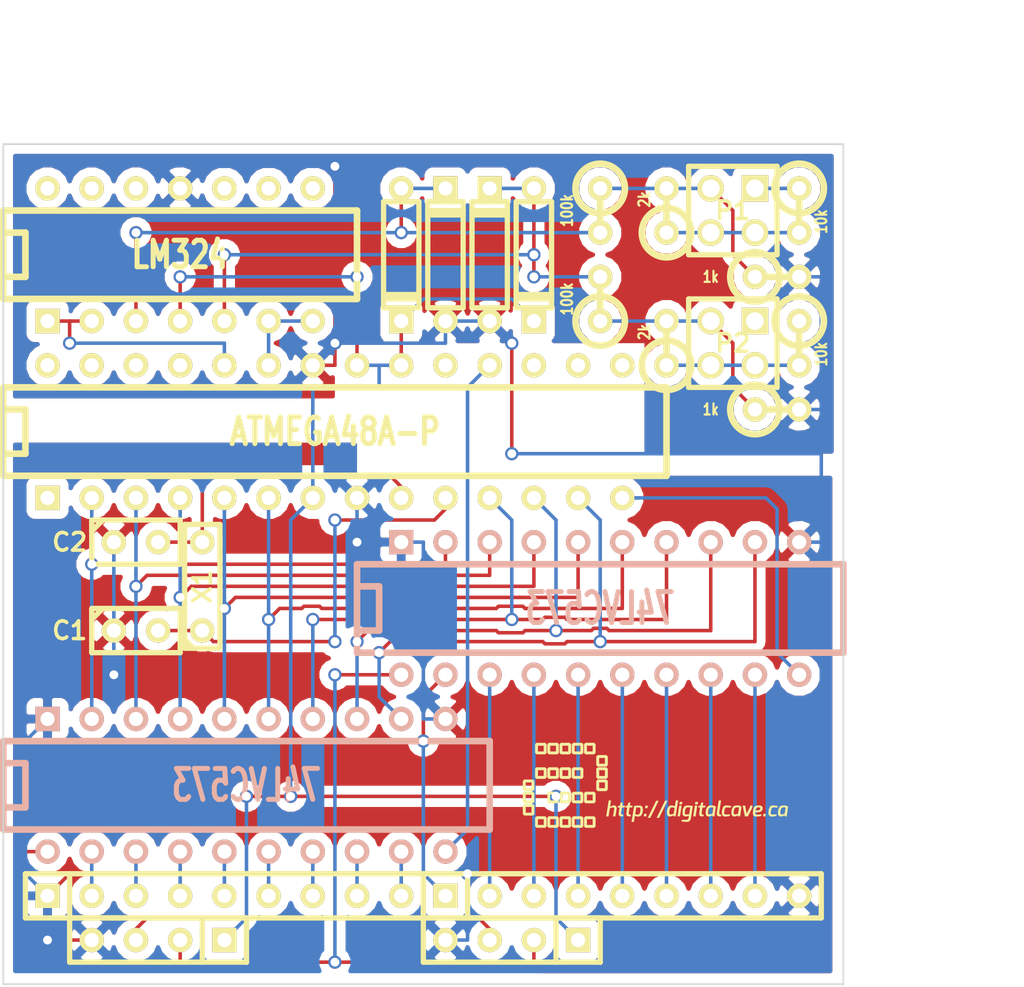
<source format=kicad_pcb>
(kicad_pcb (version 3) (host pcbnew "(2014-01-10 BZR 4027)-stable")
  (layers (15 F.Cu signal) (0 B.Cu signal) (18 B.Paste user) (19 F.Paste user) (20 B.SilkS user) (21 F.SilkS user) (22 B.Mask user) (23 F.Mask user) (28 Edge.Cuts user))
  (net 0 "")
  (net 1 +2.5V)
  (net 2 +5V)
  (net 3 ANALOG_IN_1)
  (net 4 ANALOG_IN_2)
  (net 5 "Channel 16")
  (net 6 "Channel 17")
  (net 7 "Channel 18")
  (net 8 "Channel 19")
  (net 9 "Channel 20")
  (net 10 "Channel 21")
  (net 11 "Channel 22")
  (net 12 "Channel 23")
  (net 13 "Channel 24")
  (net 14 "Channel 25")
  (net 15 "Channel 26")
  (net 16 "Channel 27")
  (net 17 "Channel 28")
  (net 18 "Channel 29")
  (net 19 "Channel 30")
  (net 20 "Channel 31")
  (net 21 GND)
  (net 22 N-0000014)
  (net 23 N-0000025)
  (net 24 N-0000026)
  (net 25 N-0000027)
  (net 26 N-0000028)
  (net 27 N-0000029)
  (net 28 N-0000030)
  (net 29 N-0000032)
  (net 30 N-0000033)
  (net 31 N-0000034)
  (net 32 N-0000035)
  (net 33 N-0000036)
  (net 34 N-0000037)
  (net 35 N-0000038)
  (net 36 N-0000039)
  (net 37 N-0000040)
  (net 38 N-0000042)
  (net 39 N-0000050)
  (net 40 N-0000051)
  (net 41 N-000007)
  (net 42 VCC)
  (module SIL-9 (layer F.Cu) (at 90.17 74.93)
    (fp_text reference "" hide)
    (fp_text value "" hide)
    (pad 1 thru_hole rect (at -10.16 0) (size 1.397 1.397) (drill 0.8128) (layers *.Cu *.Mask F.SilkS) (net 13 "Channel 24"))
    (pad 2 thru_hole circle (at -7.62 0) (size 1.397 1.397) (drill 0.8128) (layers *.Cu *.Mask F.SilkS) (net 14 "Channel 25"))
    (pad 3 thru_hole circle (at -5.08 0) (size 1.397 1.397) (drill 0.8128) (layers *.Cu *.Mask F.SilkS) (net 15 "Channel 26"))
    (pad 4 thru_hole circle (at -2.54 0) (size 1.397 1.397) (drill 0.8128) (layers *.Cu *.Mask F.SilkS) (net 16 "Channel 27"))
    (pad 5 thru_hole circle (at 0 0) (size 1.397 1.397) (drill 0.8128) (layers *.Cu *.Mask F.SilkS) (net 17 "Channel 28"))
    (pad 6 thru_hole circle (at 2.54 0) (size 1.397 1.397) (drill 0.8128) (layers *.Cu *.Mask F.SilkS) (net 18 "Channel 29"))
    (pad 7 thru_hole circle (at 5.08 0) (size 1.397 1.397) (drill 0.8128) (layers *.Cu *.Mask F.SilkS) (net 19 "Channel 30"))
    (pad 8 thru_hole circle (at 7.62 0) (size 1.397 1.397) (drill 0.8128) (layers *.Cu *.Mask F.SilkS) (net 20 "Channel 31"))
    (pad 9 thru_hole circle (at 10.16 0) (size 1.397 1.397) (drill 0.8128) (layers *.Cu *.Mask F.SilkS) (net 21 GND))
  )
  (module SIL-9 (layer F.Cu) (at 67.31 74.93)
    (fp_text reference "" hide)
    (fp_text value "" hide)
    (pad 1 thru_hole rect (at -10.16 0) (size 1.397 1.397) (drill 0.8128) (layers *.Cu *.Mask F.SilkS) (net 21 GND))
    (pad 2 thru_hole circle (at -7.62 0) (size 1.397 1.397) (drill 0.8128) (layers *.Cu *.Mask F.SilkS) (net 5 "Channel 16"))
    (pad 3 thru_hole circle (at -5.08 0) (size 1.397 1.397) (drill 0.8128) (layers *.Cu *.Mask F.SilkS) (net 6 "Channel 17"))
    (pad 4 thru_hole circle (at -2.54 0) (size 1.397 1.397) (drill 0.8128) (layers *.Cu *.Mask F.SilkS) (net 7 "Channel 18"))
    (pad 5 thru_hole circle (at 0 0) (size 1.397 1.397) (drill 0.8128) (layers *.Cu *.Mask F.SilkS) (net 8 "Channel 19"))
    (pad 6 thru_hole circle (at 2.54 0) (size 1.397 1.397) (drill 0.8128) (layers *.Cu *.Mask F.SilkS) (net 9 "Channel 20"))
    (pad 7 thru_hole circle (at 5.08 0) (size 1.397 1.397) (drill 0.8128) (layers *.Cu *.Mask F.SilkS) (net 10 "Channel 21"))
    (pad 8 thru_hole circle (at 7.62 0) (size 1.397 1.397) (drill 0.8128) (layers *.Cu *.Mask F.SilkS) (net 11 "Channel 22"))
    (pad 9 thru_hole circle (at 10.16 0) (size 1.397 1.397) (drill 0.8128) (layers *.Cu *.Mask F.SilkS) (net 12 "Channel 23"))
  )
  (module SIL-4 (layer F.Cu) (at 63.5 77.47 180)
    (fp_text reference "" hide)
    (fp_text value CONN_4 hide)
    (pad 1 thru_hole rect (at -3.81 0 180) (size 1.397 1.397) (drill 0.8128) (layers *.Cu *.Mask F.SilkS) (net 2 +5V))
    (pad 2 thru_hole circle (at -1.27 0 180) (size 1.397 1.397) (drill 0.8128) (layers *.Cu *.Mask F.SilkS) (net 42 VCC))
    (pad 3 thru_hole circle (at 1.27 0 180) (size 1.397 1.397) (drill 0.8128) (layers *.Cu *.Mask F.SilkS) (net 1 +2.5V))
    (pad 4 thru_hole circle (at 3.81 0 180) (size 1.397 1.397) (drill 0.8128) (layers *.Cu *.Mask F.SilkS) (net 21 GND))
  )
  (module SIL-4 (layer F.Cu) (at 83.82 77.47 180)
    (fp_text reference "" hide)
    (fp_text value CONN_4 hide)
    (pad 1 thru_hole rect (at -3.81 0 180) (size 1.397 1.397) (drill 0.8128) (layers *.Cu *.Mask F.SilkS) (net 2 +5V))
    (pad 2 thru_hole circle (at -1.27 0 180) (size 1.397 1.397) (drill 0.8128) (layers *.Cu *.Mask F.SilkS) (net 42 VCC))
    (pad 3 thru_hole circle (at 1.27 0 180) (size 1.397 1.397) (drill 0.8128) (layers *.Cu *.Mask F.SilkS) (net 1 +2.5V))
    (pad 4 thru_hole circle (at 3.81 0 180) (size 1.397 1.397) (drill 0.8128) (layers *.Cu *.Mask F.SilkS) (net 21 GND))
  )
  (module R1 (layer F.Cu) (at 100.33 35.56 270)
    (fp_text reference 10k (at 0.635 -1.27 270) (layer F.SilkS) (effects (font (size 0.635 0.508) (thickness 0.127))))
    (fp_text value 10k hide)
    (pad 1 thru_hole circle (at -1.27 0 270) (size 1.397 1.397) (drill 0.8128) (layers *.Cu *.Mask F.SilkS) (net 3 ANALOG_IN_1))
    (pad 2 thru_hole circle (at 1.27 0 270) (size 1.397 1.397) (drill 0.8128) (layers *.Cu *.Mask F.SilkS) (net 38 N-0000042))
  )
  (module R1 (layer F.Cu) (at 92.71 35.56 90)
    (fp_text reference 2k (at 0.635 -1.27 90) (layer F.SilkS) (effects (font (size 0.635 0.508) (thickness 0.127))))
    (fp_text value 2k hide)
    (pad 1 thru_hole circle (at -1.27 0 90) (size 1.397 1.397) (drill 0.8128) (layers *.Cu *.Mask F.SilkS) (net 38 N-0000042))
    (pad 2 thru_hole circle (at 1.27 0 90) (size 1.397 1.397) (drill 0.8128) (layers *.Cu *.Mask F.SilkS) (net 27 N-0000029))
  )
  (module R1 (layer F.Cu) (at 99.06 39.37)
    (fp_text reference 1k (at -3.81 0) (layer F.SilkS) (effects (font (size 0.635 0.508) (thickness 0.127))))
    (fp_text value 1k hide)
    (pad 1 thru_hole circle (at -1.27 0) (size 1.397 1.397) (drill 0.8128) (layers *.Cu *.Mask F.SilkS) (net 27 N-0000029))
    (pad 2 thru_hole circle (at 1.27 0) (size 1.397 1.397) (drill 0.8128) (layers *.Cu *.Mask F.SilkS) (net 21 GND))
  )
  (module R1 (layer F.Cu) (at 88.9 35.56 270)
    (fp_text reference 100k (at 0 1.905 270) (layer F.SilkS) (effects (font (size 0.635 0.508) (thickness 0.127))))
    (fp_text value 100k hide)
    (pad 1 thru_hole circle (at -1.27 0 270) (size 1.397 1.397) (drill 0.8128) (layers *.Cu *.Mask F.SilkS) (net 27 N-0000029))
    (pad 2 thru_hole circle (at 1.27 0 270) (size 1.397 1.397) (drill 0.8128) (layers *.Cu *.Mask F.SilkS) (net 29 N-0000032))
  )
  (module R1 (layer F.Cu) (at 100.33 43.18 270)
    (fp_text reference 10k (at 0.635 -1.27 270) (layer F.SilkS) (effects (font (size 0.635 0.508) (thickness 0.127))))
    (fp_text value 10k hide)
    (pad 1 thru_hole circle (at -1.27 0 270) (size 1.397 1.397) (drill 0.8128) (layers *.Cu *.Mask F.SilkS) (net 4 ANALOG_IN_2))
    (pad 2 thru_hole circle (at 1.27 0 270) (size 1.397 1.397) (drill 0.8128) (layers *.Cu *.Mask F.SilkS) (net 28 N-0000030))
  )
  (module R1 (layer F.Cu) (at 92.71 43.18 90)
    (fp_text reference 2k (at 0.635 -1.27 90) (layer F.SilkS) (effects (font (size 0.635 0.508) (thickness 0.127))))
    (fp_text value 2k hide)
    (pad 1 thru_hole circle (at -1.27 0 90) (size 1.397 1.397) (drill 0.8128) (layers *.Cu *.Mask F.SilkS) (net 28 N-0000030))
    (pad 2 thru_hole circle (at 1.27 0 90) (size 1.397 1.397) (drill 0.8128) (layers *.Cu *.Mask F.SilkS) (net 39 N-0000050))
  )
  (module R1 (layer F.Cu) (at 99.06 46.99)
    (fp_text reference 1k (at -3.81 0) (layer F.SilkS) (effects (font (size 0.635 0.508) (thickness 0.127))))
    (fp_text value 1k hide)
    (pad 1 thru_hole circle (at -1.27 0) (size 1.397 1.397) (drill 0.8128) (layers *.Cu *.Mask F.SilkS) (net 39 N-0000050))
    (pad 2 thru_hole circle (at 1.27 0) (size 1.397 1.397) (drill 0.8128) (layers *.Cu *.Mask F.SilkS) (net 21 GND))
  )
  (module R1 (layer F.Cu) (at 88.9 40.64 90)
    (fp_text reference 100k (at 0 -1.905 90) (layer F.SilkS) (effects (font (size 0.635 0.508) (thickness 0.127))))
    (fp_text value 100k hide)
    (pad 1 thru_hole circle (at -1.27 0 90) (size 1.397 1.397) (drill 0.8128) (layers *.Cu *.Mask F.SilkS) (net 39 N-0000050))
    (pad 2 thru_hole circle (at 1.27 0 90) (size 1.397 1.397) (drill 0.8128) (layers *.Cu *.Mask F.SilkS) (net 40 N-0000051))
  )
  (module PIN_ARRAY_2X2 (layer F.Cu) (at 96.52 35.56 180)
    (fp_text reference P1 (at 0 0 180) (layer F.SilkS) (effects (font (size 1.016 1.016) (thickness 0.2032))))
    (fp_text value CONN_2X2 hide)
    (pad 1 thru_hole rect (at -1.27 1.27 180) (size 1.524 1.524) (drill 1.016) (layers *.Cu *.Mask F.SilkS) (net 3 ANALOG_IN_1))
    (pad 2 thru_hole circle (at -1.27 -1.27 180) (size 1.524 1.524) (drill 1.016) (layers *.Cu *.Mask F.SilkS) (net 38 N-0000042))
    (pad 3 thru_hole circle (at 1.27 1.27 180) (size 1.524 1.524) (drill 1.016) (layers *.Cu *.Mask F.SilkS) (net 27 N-0000029))
    (pad 4 thru_hole circle (at 1.27 -1.27 180) (size 1.524 1.524) (drill 1.016) (layers *.Cu *.Mask F.SilkS) (net 38 N-0000042))
  )
  (module PIN_ARRAY_2X2 (layer F.Cu) (at 96.52 43.18 180)
    (fp_text reference P2 (at 0 0 180) (layer F.SilkS) (effects (font (size 1.016 1.016) (thickness 0.2032))))
    (fp_text value CONN_2X2 hide)
    (pad 1 thru_hole rect (at -1.27 1.27 180) (size 1.524 1.524) (drill 1.016) (layers *.Cu *.Mask F.SilkS) (net 4 ANALOG_IN_2))
    (pad 2 thru_hole circle (at -1.27 -1.27 180) (size 1.524 1.524) (drill 1.016) (layers *.Cu *.Mask F.SilkS) (net 28 N-0000030))
    (pad 3 thru_hole circle (at 1.27 1.27 180) (size 1.524 1.524) (drill 1.016) (layers *.Cu *.Mask F.SilkS) (net 39 N-0000050))
    (pad 4 thru_hole circle (at 1.27 -1.27 180) (size 1.524 1.524) (drill 1.016) (layers *.Cu *.Mask F.SilkS) (net 28 N-0000030))
  )
  (module DIP-28__300 (layer F.Cu) (at 73.66 48.26)
    (fp_text reference "" hide)
    (fp_text value ATMEGA48A-P (at 0 0) (layer F.SilkS) (effects (font (size 1.524 1.143) (thickness 0.3048))))
    (pad 2 thru_hole circle (at -13.97 3.81) (size 1.397 1.397) (drill 0.8128) (layers *.Cu *.Mask F.SilkS) (net 37 N-0000040))
    (pad 3 thru_hole circle (at -11.43 3.81) (size 1.397 1.397) (drill 0.8128) (layers *.Cu *.Mask F.SilkS) (net 36 N-0000039))
    (pad 4 thru_hole circle (at -8.89 3.81) (size 1.397 1.397) (drill 0.8128) (layers *.Cu *.Mask F.SilkS) (net 35 N-0000038))
    (pad 5 thru_hole circle (at -6.35 3.81) (size 1.397 1.397) (drill 0.8128) (layers *.Cu *.Mask F.SilkS) (net 34 N-0000037))
    (pad 6 thru_hole circle (at -3.81 3.81) (size 1.397 1.397) (drill 0.8128) (layers *.Cu *.Mask F.SilkS) (net 33 N-0000036))
    (pad 7 thru_hole circle (at -1.27 3.81) (size 1.397 1.397) (drill 0.8128) (layers *.Cu *.Mask F.SilkS) (net 2 +5V))
    (pad 8 thru_hole circle (at 1.27 3.81) (size 1.397 1.397) (drill 0.8128) (layers *.Cu *.Mask F.SilkS) (net 21 GND))
    (pad 9 thru_hole circle (at 3.81 3.81) (size 1.397 1.397) (drill 0.8128) (layers *.Cu *.Mask F.SilkS) (net 25 N-0000027))
    (pad 10 thru_hole circle (at 6.35 3.81) (size 1.397 1.397) (drill 0.8128) (layers *.Cu *.Mask F.SilkS) (net 26 N-0000028))
    (pad 11 thru_hole circle (at 8.89 3.81) (size 1.397 1.397) (drill 0.8128) (layers *.Cu *.Mask F.SilkS) (net 32 N-0000035))
    (pad 12 thru_hole circle (at 11.43 3.81) (size 1.397 1.397) (drill 0.8128) (layers *.Cu *.Mask F.SilkS) (net 31 N-0000034))
    (pad 13 thru_hole circle (at 13.97 3.81) (size 1.397 1.397) (drill 0.8128) (layers *.Cu *.Mask F.SilkS) (net 30 N-0000033))
    (pad 14 thru_hole circle (at 16.51 3.81) (size 1.397 1.397) (drill 0.8128) (layers *.Cu *.Mask F.SilkS) (net 23 N-0000025))
    (pad 1 thru_hole rect (at -16.51 3.81) (size 1.397 1.397) (drill 0.8128) (layers *.Cu *.Mask F.SilkS))
    (pad 15 thru_hole circle (at 16.51 -3.81) (size 1.397 1.397) (drill 0.8128) (layers *.Cu *.Mask F.SilkS))
    (pad 16 thru_hole circle (at 13.97 -3.81) (size 1.397 1.397) (drill 0.8128) (layers *.Cu *.Mask F.SilkS))
    (pad 17 thru_hole circle (at 11.43 -3.81) (size 1.397 1.397) (drill 0.8128) (layers *.Cu *.Mask F.SilkS))
    (pad 18 thru_hole circle (at 8.89 -3.81) (size 1.397 1.397) (drill 0.8128) (layers *.Cu *.Mask F.SilkS) (net 41 N-000007))
    (pad 19 thru_hole circle (at 6.35 -3.81) (size 1.397 1.397) (drill 0.8128) (layers *.Cu *.Mask F.SilkS))
    (pad 20 thru_hole circle (at 3.81 -3.81) (size 1.397 1.397) (drill 0.8128) (layers *.Cu *.Mask F.SilkS) (net 2 +5V))
    (pad 21 thru_hole circle (at 1.27 -3.81) (size 1.397 1.397) (drill 0.8128) (layers *.Cu *.Mask F.SilkS) (net 2 +5V))
    (pad 22 thru_hole circle (at -1.27 -3.81) (size 1.397 1.397) (drill 0.8128) (layers *.Cu *.Mask F.SilkS) (net 21 GND))
    (pad 23 thru_hole circle (at -3.81 -3.81) (size 1.397 1.397) (drill 0.8128) (layers *.Cu *.Mask F.SilkS) (net 22 N-0000014))
    (pad 24 thru_hole circle (at -6.35 -3.81) (size 1.397 1.397) (drill 0.8128) (layers *.Cu *.Mask F.SilkS) (net 24 N-0000026))
    (pad 25 thru_hole circle (at -8.89 -3.81) (size 1.397 1.397) (drill 0.8128) (layers *.Cu *.Mask F.SilkS))
    (pad 26 thru_hole circle (at -11.43 -3.81) (size 1.397 1.397) (drill 0.8128) (layers *.Cu *.Mask F.SilkS))
    (pad 27 thru_hole circle (at -13.97 -3.81) (size 1.397 1.397) (drill 0.8128) (layers *.Cu *.Mask F.SilkS))
    (pad 28 thru_hole circle (at -16.51 -3.81) (size 1.397 1.397) (drill 0.8128) (layers *.Cu *.Mask F.SilkS))
  )
  (module DIP-20__300 (layer B.Cu) (at 88.9 58.42)
    (fp_text reference "" hide)
    (fp_text value 74LVC573 (at 0 0) (layer B.SilkS) (effects (font (size 1.778 1.143) (thickness 0.3048)) (justify mirror)))
    (pad 1 thru_hole rect (at -11.43 -3.81) (size 1.397 1.397) (drill 0.8128) (layers *.Cu *.Mask B.SilkS) (net 21 GND))
    (pad 2 thru_hole circle (at -8.89 -3.81) (size 1.397 1.397) (drill 0.8128) (layers *.Cu *.Mask B.SilkS) (net 37 N-0000040))
    (pad 3 thru_hole circle (at -6.35 -3.81) (size 1.397 1.397) (drill 0.8128) (layers *.Cu *.Mask B.SilkS) (net 36 N-0000039))
    (pad 4 thru_hole circle (at -3.81 -3.81) (size 1.397 1.397) (drill 0.8128) (layers *.Cu *.Mask B.SilkS) (net 35 N-0000038))
    (pad 5 thru_hole circle (at -1.27 -3.81) (size 1.397 1.397) (drill 0.8128) (layers *.Cu *.Mask B.SilkS) (net 34 N-0000037))
    (pad 6 thru_hole circle (at 1.27 -3.81) (size 1.397 1.397) (drill 0.8128) (layers *.Cu *.Mask B.SilkS) (net 33 N-0000036))
    (pad 7 thru_hole circle (at 3.81 -3.81) (size 1.397 1.397) (drill 0.8128) (layers *.Cu *.Mask B.SilkS) (net 32 N-0000035))
    (pad 8 thru_hole circle (at 6.35 -3.81) (size 1.397 1.397) (drill 0.8128) (layers *.Cu *.Mask B.SilkS) (net 31 N-0000034))
    (pad 9 thru_hole circle (at 8.89 -3.81) (size 1.397 1.397) (drill 0.8128) (layers *.Cu *.Mask B.SilkS) (net 30 N-0000033))
    (pad 10 thru_hole circle (at 11.43 -3.81) (size 1.397 1.397) (drill 0.8128) (layers *.Cu *.Mask B.SilkS) (net 21 GND))
    (pad 11 thru_hole circle (at 11.43 3.81) (size 1.397 1.397) (drill 0.8128) (layers *.Cu *.Mask B.SilkS) (net 23 N-0000025))
    (pad 12 thru_hole circle (at 8.89 3.81) (size 1.397 1.397) (drill 0.8128) (layers *.Cu *.Mask B.SilkS) (net 20 "Channel 31"))
    (pad 13 thru_hole circle (at 6.35 3.81) (size 1.397 1.397) (drill 0.8128) (layers *.Cu *.Mask B.SilkS) (net 19 "Channel 30"))
    (pad 14 thru_hole circle (at 3.81 3.81) (size 1.397 1.397) (drill 0.8128) (layers *.Cu *.Mask B.SilkS) (net 18 "Channel 29"))
    (pad 15 thru_hole circle (at 1.27 3.81) (size 1.397 1.397) (drill 0.8128) (layers *.Cu *.Mask B.SilkS) (net 17 "Channel 28"))
    (pad 16 thru_hole circle (at -1.27 3.81) (size 1.397 1.397) (drill 0.8128) (layers *.Cu *.Mask B.SilkS) (net 16 "Channel 27"))
    (pad 17 thru_hole circle (at -3.81 3.81) (size 1.397 1.397) (drill 0.8128) (layers *.Cu *.Mask B.SilkS) (net 15 "Channel 26"))
    (pad 18 thru_hole circle (at -6.35 3.81) (size 1.397 1.397) (drill 0.8128) (layers *.Cu *.Mask B.SilkS) (net 14 "Channel 25"))
    (pad 19 thru_hole circle (at -8.89 3.81) (size 1.397 1.397) (drill 0.8128) (layers *.Cu *.Mask B.SilkS) (net 13 "Channel 24"))
    (pad 20 thru_hole circle (at -11.43 3.81) (size 1.397 1.397) (drill 0.8128) (layers *.Cu *.Mask B.SilkS) (net 42 VCC))
  )
  (module DIP-20__300 (layer B.Cu) (at 68.58 68.58)
    (fp_text reference "" hide)
    (fp_text value 74LVC573 (at 0 0) (layer B.SilkS) (effects (font (size 1.778 1.143) (thickness 0.3048)) (justify mirror)))
    (pad 1 thru_hole rect (at -11.43 -3.81) (size 1.397 1.397) (drill 0.8128) (layers *.Cu *.Mask B.SilkS) (net 21 GND))
    (pad 2 thru_hole circle (at -8.89 -3.81) (size 1.397 1.397) (drill 0.8128) (layers *.Cu *.Mask B.SilkS) (net 37 N-0000040))
    (pad 3 thru_hole circle (at -6.35 -3.81) (size 1.397 1.397) (drill 0.8128) (layers *.Cu *.Mask B.SilkS) (net 36 N-0000039))
    (pad 4 thru_hole circle (at -3.81 -3.81) (size 1.397 1.397) (drill 0.8128) (layers *.Cu *.Mask B.SilkS) (net 35 N-0000038))
    (pad 5 thru_hole circle (at -1.27 -3.81) (size 1.397 1.397) (drill 0.8128) (layers *.Cu *.Mask B.SilkS) (net 34 N-0000037))
    (pad 6 thru_hole circle (at 1.27 -3.81) (size 1.397 1.397) (drill 0.8128) (layers *.Cu *.Mask B.SilkS) (net 33 N-0000036))
    (pad 7 thru_hole circle (at 3.81 -3.81) (size 1.397 1.397) (drill 0.8128) (layers *.Cu *.Mask B.SilkS) (net 32 N-0000035))
    (pad 8 thru_hole circle (at 6.35 -3.81) (size 1.397 1.397) (drill 0.8128) (layers *.Cu *.Mask B.SilkS) (net 31 N-0000034))
    (pad 9 thru_hole circle (at 8.89 -3.81) (size 1.397 1.397) (drill 0.8128) (layers *.Cu *.Mask B.SilkS) (net 30 N-0000033))
    (pad 10 thru_hole circle (at 11.43 -3.81) (size 1.397 1.397) (drill 0.8128) (layers *.Cu *.Mask B.SilkS) (net 21 GND))
    (pad 11 thru_hole circle (at 11.43 3.81) (size 1.397 1.397) (drill 0.8128) (layers *.Cu *.Mask B.SilkS) (net 41 N-000007))
    (pad 12 thru_hole circle (at 8.89 3.81) (size 1.397 1.397) (drill 0.8128) (layers *.Cu *.Mask B.SilkS) (net 12 "Channel 23"))
    (pad 13 thru_hole circle (at 6.35 3.81) (size 1.397 1.397) (drill 0.8128) (layers *.Cu *.Mask B.SilkS) (net 11 "Channel 22"))
    (pad 14 thru_hole circle (at 3.81 3.81) (size 1.397 1.397) (drill 0.8128) (layers *.Cu *.Mask B.SilkS) (net 10 "Channel 21"))
    (pad 15 thru_hole circle (at 1.27 3.81) (size 1.397 1.397) (drill 0.8128) (layers *.Cu *.Mask B.SilkS) (net 9 "Channel 20"))
    (pad 16 thru_hole circle (at -1.27 3.81) (size 1.397 1.397) (drill 0.8128) (layers *.Cu *.Mask B.SilkS) (net 8 "Channel 19"))
    (pad 17 thru_hole circle (at -3.81 3.81) (size 1.397 1.397) (drill 0.8128) (layers *.Cu *.Mask B.SilkS) (net 7 "Channel 18"))
    (pad 18 thru_hole circle (at -6.35 3.81) (size 1.397 1.397) (drill 0.8128) (layers *.Cu *.Mask B.SilkS) (net 6 "Channel 17"))
    (pad 19 thru_hole circle (at -8.89 3.81) (size 1.397 1.397) (drill 0.8128) (layers *.Cu *.Mask B.SilkS) (net 5 "Channel 16"))
    (pad 20 thru_hole circle (at -11.43 3.81) (size 1.397 1.397) (drill 0.8128) (layers *.Cu *.Mask B.SilkS) (net 42 VCC))
  )
  (module DIP-14__300 (layer F.Cu) (at 64.77 38.1)
    (fp_text reference "" hide)
    (fp_text value LM324 (at 0 0) (layer F.SilkS) (effects (font (size 1.524 1.143) (thickness 0.3048))))
    (pad 1 thru_hole rect (at -7.62 3.81) (size 1.397 1.397) (drill 0.8128) (layers *.Cu *.Mask F.SilkS) (net 24 N-0000026))
    (pad 2 thru_hole circle (at -5.08 3.81) (size 1.397 1.397) (drill 0.8128) (layers *.Cu *.Mask F.SilkS) (net 24 N-0000026))
    (pad 3 thru_hole circle (at -2.54 3.81) (size 1.397 1.397) (drill 0.8128) (layers *.Cu *.Mask F.SilkS) (net 29 N-0000032))
    (pad 4 thru_hole circle (at 0 3.81) (size 1.397 1.397) (drill 0.8128) (layers *.Cu *.Mask F.SilkS) (net 2 +5V))
    (pad 5 thru_hole circle (at 2.54 3.81) (size 1.397 1.397) (drill 0.8128) (layers *.Cu *.Mask F.SilkS) (net 40 N-0000051))
    (pad 6 thru_hole circle (at 5.08 3.81) (size 1.397 1.397) (drill 0.8128) (layers *.Cu *.Mask F.SilkS) (net 22 N-0000014))
    (pad 7 thru_hole circle (at 7.62 3.81) (size 1.397 1.397) (drill 0.8128) (layers *.Cu *.Mask F.SilkS) (net 22 N-0000014))
    (pad 8 thru_hole circle (at 7.62 -3.81) (size 1.397 1.397) (drill 0.8128) (layers *.Cu *.Mask F.SilkS))
    (pad 9 thru_hole circle (at 5.08 -3.81) (size 1.397 1.397) (drill 0.8128) (layers *.Cu *.Mask F.SilkS))
    (pad 10 thru_hole circle (at 2.54 -3.81) (size 1.397 1.397) (drill 0.8128) (layers *.Cu *.Mask F.SilkS))
    (pad 11 thru_hole circle (at 0 -3.81) (size 1.397 1.397) (drill 0.8128) (layers *.Cu *.Mask F.SilkS) (net 21 GND))
    (pad 12 thru_hole circle (at -2.54 -3.81) (size 1.397 1.397) (drill 0.8128) (layers *.Cu *.Mask F.SilkS))
    (pad 13 thru_hole circle (at -5.08 -3.81) (size 1.397 1.397) (drill 0.8128) (layers *.Cu *.Mask F.SilkS))
    (pad 14 thru_hole circle (at -7.62 -3.81) (size 1.397 1.397) (drill 0.8128) (layers *.Cu *.Mask F.SilkS))
  )
  (module D3 (layer F.Cu) (at 82.55 38.1 90)
    (fp_text reference "" hide)
    (fp_text value DIODESCH hide)
    (pad 2 thru_hole rect (at 3.81 0 90) (size 1.397 1.397) (drill 0.8128) (layers *.Cu *.Mask F.SilkS) (net 40 N-0000051))
    (pad 1 thru_hole circle (at -3.81 0 90) (size 1.397 1.397) (drill 0.8128) (layers *.Cu *.Mask F.SilkS) (net 21 GND))
  )
  (module D3 (layer F.Cu) (at 85.09 38.1 270)
    (fp_text reference "" hide)
    (fp_text value DIODESCH hide)
    (pad 2 thru_hole rect (at 3.81 0 270) (size 1.397 1.397) (drill 0.8128) (layers *.Cu *.Mask F.SilkS) (net 2 +5V))
    (pad 1 thru_hole circle (at -3.81 0 270) (size 1.397 1.397) (drill 0.8128) (layers *.Cu *.Mask F.SilkS) (net 40 N-0000051))
  )
  (module D3 (layer F.Cu) (at 80.01 38.1 90)
    (fp_text reference "" hide)
    (fp_text value DIODESCH hide)
    (pad 2 thru_hole rect (at 3.81 0 90) (size 1.397 1.397) (drill 0.8128) (layers *.Cu *.Mask F.SilkS) (net 29 N-0000032))
    (pad 1 thru_hole circle (at -3.81 0 90) (size 1.397 1.397) (drill 0.8128) (layers *.Cu *.Mask F.SilkS) (net 21 GND))
  )
  (module D3 (layer F.Cu) (at 77.47 38.1 270)
    (fp_text reference "" hide)
    (fp_text value DIODESCH hide)
    (pad 2 thru_hole rect (at 3.81 0 270) (size 1.397 1.397) (drill 0.8128) (layers *.Cu *.Mask F.SilkS) (net 2 +5V))
    (pad 1 thru_hole circle (at -3.81 0 270) (size 1.397 1.397) (drill 0.8128) (layers *.Cu *.Mask F.SilkS) (net 29 N-0000032))
  )
  (module C2 (layer F.Cu) (at 66.04 57.15 90)
    (fp_text reference X1 (at 0 0 90) (layer F.SilkS) (effects (font (size 1.016 1.016) (thickness 0.2032))))
    (fp_text value CRYSTAL hide)
    (pad 1 thru_hole circle (at -2.54 0 90) (size 1.397 1.397) (drill 0.8128) (layers *.Cu *.Mask F.SilkS) (net 26 N-0000028))
    (pad 2 thru_hole circle (at 2.54 0 90) (size 1.397 1.397) (drill 0.8128) (layers *.Cu *.Mask F.SilkS) (net 25 N-0000027))
  )
  (module C1 (layer F.Cu) (at 62.23 54.61)
    (fp_text reference C2 (at -3.81 0) (layer F.SilkS) (effects (font (size 1.016 1.016) (thickness 0.2032))))
    (fp_text value C hide)
    (pad 1 thru_hole circle (at -1.27 0) (size 1.397 1.397) (drill 0.8128) (layers *.Cu *.Mask F.SilkS) (net 21 GND))
    (pad 2 thru_hole circle (at 1.27 0) (size 1.397 1.397) (drill 0.8128) (layers *.Cu *.Mask F.SilkS) (net 25 N-0000027))
  )
  (module C1 (layer F.Cu) (at 62.23 59.69)
    (fp_text reference C1 (at -3.81 0) (layer F.SilkS) (effects (font (size 1.016 1.016) (thickness 0.2032))))
    (fp_text value C hide)
    (pad 1 thru_hole circle (at -1.27 0) (size 1.397 1.397) (drill 0.8128) (layers *.Cu *.Mask F.SilkS) (net 21 GND))
    (pad 2 thru_hole circle (at 1.27 0) (size 1.397 1.397) (drill 0.8128) (layers *.Cu *.Mask F.SilkS) (net 26 N-0000028))
  )
  (module digitalcave_logo_wide_small (layer F.Cu) (at 92.075 68.58)
    (fp_text reference "" hide)
    (fp_text value "" hide)
  )
  (gr_line (start 54.61 31.75) (end 102.87 31.75) (angle 90) (layer Edge.Cuts) (width 0.1))
  (gr_line (start 54.61 80.01) (end 54.61 31.75) (angle 90) (layer Edge.Cuts) (width 0.1))
  (gr_line (start 102.87 80.01) (end 54.61 80.01) (angle 90) (layer Edge.Cuts) (width 0.1))
  (gr_line (start 102.87 31.75) (end 102.87 80.01) (angle 90) (layer Edge.Cuts) (width 0.1))
  (segment (start 62.23 77.47) (end 62.23 76.835) (width 0.2032) (layer F.Cu) (net 1))
  (segment (start 82.55 76.835) (end 82.55 77.47) (width 0.2032) (layer F.Cu) (net 1))
  (segment (start 81.915 76.2) (end 82.55 76.835) (width 0.2032) (layer F.Cu) (net 1))
  (segment (start 62.865 76.2) (end 81.915 76.2) (width 0.2032) (layer F.Cu) (net 1))
  (segment (start 62.23 76.835) (end 62.865 76.2) (width 0.2032) (layer F.Cu) (net 1))
  (segment (start 72.39 52.07) (end 72.39 45.72) (width 0.2032) (layer B.Cu) (net 2))
  (segment (start 72.39 52.07) (end 71.12 53.34) (width 0.2032) (layer B.Cu) (net 2))
  (via (at 71.12 69.215) (size 0.762) (layers F.Cu B.Cu) (net 2))
  (segment (start 71.12 53.34) (end 71.12 69.215) (width 0.2032) (layer B.Cu) (net 2))
  (via (at 68.58 69.215) (size 0.762) (layers F.Cu B.Cu) (net 2))
  (segment (start 71.12 69.215) (end 68.58 69.215) (width 0.2032) (layer F.Cu) (net 2))
  (segment (start 87.63 77.47) (end 86.36 76.2) (width 0.2032) (layer B.Cu) (net 2))
  (segment (start 86.36 69.215) (end 71.12 69.215) (width 0.2032) (layer F.Cu) (net 2))
  (via (at 86.36 69.215) (size 0.762) (layers F.Cu B.Cu) (net 2))
  (segment (start 86.36 69.215) (end 86.36 76.2) (width 0.2032) (layer B.Cu) (net 2))
  (segment (start 67.31 77.47) (end 68.58 76.2) (width 0.2032) (layer B.Cu) (net 2))
  (segment (start 68.58 76.2) (end 68.58 69.215) (width 0.2032) (layer B.Cu) (net 2))
  (segment (start 76.2 45.72) (end 76.2 44.45) (width 0.2032) (layer B.Cu) (net 2))
  (segment (start 72.39 45.72) (end 76.2 45.72) (width 0.2032) (layer B.Cu) (net 2))
  (segment (start 74.93 44.45) (end 74.93 39.37) (width 0.2032) (layer F.Cu) (net 2))
  (segment (start 64.77 39.37) (end 64.77 41.91) (width 0.2032) (layer F.Cu) (net 2))
  (via (at 64.77 39.37) (size 0.762) (layers F.Cu B.Cu) (net 2))
  (segment (start 74.93 39.37) (end 64.77 39.37) (width 0.2032) (layer B.Cu) (net 2))
  (via (at 74.93 39.37) (size 0.762) (layers F.Cu B.Cu) (net 2))
  (segment (start 77.47 44.45) (end 77.47 41.91) (width 0.2032) (layer F.Cu) (net 2))
  (segment (start 77.47 44.45) (end 76.2 44.45) (width 0.2032) (layer B.Cu) (net 2))
  (segment (start 76.2 44.45) (end 74.93 44.45) (width 0.2032) (layer B.Cu) (net 2))
  (segment (start 85.09 41.91) (end 83.82 40.64) (width 0.2032) (layer B.Cu) (net 2))
  (segment (start 78.74 40.64) (end 77.47 41.91) (width 0.2032) (layer B.Cu) (net 2))
  (segment (start 83.82 40.64) (end 78.74 40.64) (width 0.2032) (layer B.Cu) (net 2))
  (segment (start 97.79 34.29) (end 100.33 34.29) (width 0.2032) (layer B.Cu) (net 3))
  (segment (start 59.69 72.39) (end 59.69 74.93) (width 0.2032) (layer B.Cu) (net 5))
  (segment (start 62.23 74.93) (end 62.23 72.39) (width 0.2032) (layer B.Cu) (net 6))
  (segment (start 64.77 72.39) (end 64.77 74.93) (width 0.2032) (layer B.Cu) (net 7))
  (segment (start 67.31 72.39) (end 67.31 74.93) (width 0.2032) (layer B.Cu) (net 8))
  (segment (start 69.85 72.39) (end 69.85 74.93) (width 0.2032) (layer B.Cu) (net 9))
  (segment (start 72.39 72.39) (end 72.39 74.93) (width 0.2032) (layer B.Cu) (net 10))
  (segment (start 74.93 72.39) (end 74.93 74.93) (width 0.2032) (layer B.Cu) (net 11))
  (segment (start 77.47 72.39) (end 77.47 74.93) (width 0.2032) (layer B.Cu) (net 12))
  (segment (start 80.01 74.93) (end 78.74 73.66) (width 0.2032) (layer B.Cu) (net 13))
  (segment (start 78.74 63.5) (end 80.01 62.23) (width 0.2032) (layer F.Cu) (net 13))
  (segment (start 78.74 66.04) (end 78.74 63.5) (width 0.2032) (layer F.Cu) (net 13))
  (via (at 78.74 66.04) (size 0.762) (layers F.Cu B.Cu) (net 13))
  (segment (start 78.74 73.66) (end 78.74 66.04) (width 0.2032) (layer B.Cu) (net 13))
  (segment (start 82.55 74.93) (end 82.55 62.23) (width 0.2032) (layer B.Cu) (net 14))
  (segment (start 85.09 62.23) (end 85.09 74.93) (width 0.2032) (layer B.Cu) (net 15))
  (segment (start 87.63 62.23) (end 87.63 74.93) (width 0.2032) (layer B.Cu) (net 16))
  (segment (start 90.17 62.23) (end 90.17 74.93) (width 0.2032) (layer B.Cu) (net 17))
  (segment (start 92.71 62.23) (end 92.71 74.93) (width 0.2032) (layer B.Cu) (net 18))
  (segment (start 95.25 62.23) (end 95.25 74.93) (width 0.2032) (layer B.Cu) (net 19))
  (segment (start 97.79 62.23) (end 97.79 74.93) (width 0.2032) (layer B.Cu) (net 20))
  (via (at 81.28 73.66) (size 0.762) (layers F.Cu B.Cu) (net 21))
  (segment (start 80.01 77.47) (end 81.28 77.47) (width 0.2032) (layer B.Cu) (net 21))
  (segment (start 81.28 77.47) (end 81.28 73.66) (width 0.2032) (layer B.Cu) (net 21))
  (segment (start 57.15 74.93) (end 57.15 77.47) (width 0.2032) (layer B.Cu) (net 21))
  (segment (start 57.15 77.47) (end 59.69 77.47) (width 0.2032) (layer F.Cu) (net 21))
  (via (at 57.15 77.47) (size 0.762) (layers F.Cu B.Cu) (net 21))
  (segment (start 57.15 74.93) (end 58.42 73.66) (width 0.2032) (layer F.Cu) (net 21))
  (segment (start 99.06 73.66) (end 100.33 74.93) (width 0.2032) (layer F.Cu) (net 21))
  (segment (start 58.42 73.66) (end 81.28 73.66) (width 0.2032) (layer F.Cu) (net 21))
  (segment (start 81.28 73.66) (end 99.06 73.66) (width 0.2032) (layer F.Cu) (net 21))
  (segment (start 60.96 59.69) (end 60.96 54.61) (width 0.2032) (layer B.Cu) (net 21))
  (segment (start 60.96 59.69) (end 60.96 62.23) (width 0.2032) (layer B.Cu) (net 21))
  (segment (start 101.6 54.61) (end 101.6 73.66) (width 0.2032) (layer B.Cu) (net 21))
  (segment (start 101.6 73.66) (end 100.33 74.93) (width 0.2032) (layer B.Cu) (net 21))
  (segment (start 60.96 62.23) (end 57.15 62.23) (width 0.2032) (layer F.Cu) (net 21))
  (segment (start 57.15 62.23) (end 57.15 64.77) (width 0.2032) (layer F.Cu) (net 21))
  (via (at 60.96 62.23) (size 0.762) (layers F.Cu B.Cu) (net 21))
  (segment (start 77.47 54.61) (end 74.93 54.61) (width 0.2032) (layer F.Cu) (net 21))
  (segment (start 74.93 54.61) (end 74.93 52.07) (width 0.2032) (layer B.Cu) (net 21))
  (via (at 74.93 54.61) (size 0.762) (layers F.Cu B.Cu) (net 21))
  (segment (start 78.74 55.245) (end 78.74 54.61) (width 0.2032) (layer B.Cu) (net 21))
  (segment (start 78.74 54.61) (end 77.47 54.61) (width 0.2032) (layer B.Cu) (net 21))
  (segment (start 78.74 55.245) (end 78.74 55.88) (width 0.2032) (layer B.Cu) (net 21))
  (segment (start 80.01 64.77) (end 78.74 64.77) (width 0.2032) (layer B.Cu) (net 21))
  (segment (start 78.74 64.77) (end 78.74 63.5) (width 0.2032) (layer B.Cu) (net 21))
  (segment (start 78.74 55.88) (end 78.74 63.5) (width 0.2032) (layer B.Cu) (net 21))
  (segment (start 57.15 64.77) (end 55.88 66.04) (width 0.2032) (layer B.Cu) (net 21))
  (segment (start 55.88 66.04) (end 55.88 73.66) (width 0.2032) (layer B.Cu) (net 21))
  (segment (start 55.88 73.66) (end 57.15 74.93) (width 0.2032) (layer B.Cu) (net 21))
  (segment (start 82.55 41.91) (end 83.82 43.18) (width 0.2032) (layer B.Cu) (net 21))
  (segment (start 83.82 49.53) (end 101.6 49.53) (width 0.2032) (layer B.Cu) (net 21))
  (via (at 83.82 49.53) (size 0.762) (layers F.Cu B.Cu) (net 21))
  (segment (start 83.82 43.18) (end 83.82 49.53) (width 0.2032) (layer F.Cu) (net 21))
  (via (at 83.82 43.18) (size 0.762) (layers F.Cu B.Cu) (net 21))
  (segment (start 101.6 46.99) (end 101.6 39.37) (width 0.2032) (layer B.Cu) (net 21))
  (segment (start 101.6 39.37) (end 100.33 39.37) (width 0.2032) (layer B.Cu) (net 21))
  (segment (start 100.33 54.61) (end 101.6 54.61) (width 0.2032) (layer B.Cu) (net 21))
  (segment (start 101.6 54.61) (end 101.6 49.53) (width 0.2032) (layer B.Cu) (net 21))
  (segment (start 101.6 46.99) (end 100.33 46.99) (width 0.2032) (layer B.Cu) (net 21))
  (segment (start 101.6 49.53) (end 101.6 46.99) (width 0.2032) (layer B.Cu) (net 21))
  (via (at 73.66 43.18) (size 0.762) (layers F.Cu B.Cu) (net 21))
  (segment (start 80.01 41.91) (end 80.01 43.18) (width 0.2032) (layer B.Cu) (net 21))
  (segment (start 80.01 43.18) (end 73.66 43.18) (width 0.2032) (layer B.Cu) (net 21))
  (segment (start 72.39 44.45) (end 73.66 44.45) (width 0.2032) (layer F.Cu) (net 21))
  (segment (start 73.66 43.18) (end 73.66 44.45) (width 0.2032) (layer F.Cu) (net 21))
  (segment (start 66.04 33.02) (end 64.77 34.29) (width 0.2032) (layer B.Cu) (net 21))
  (segment (start 73.66 43.18) (end 73.66 37.465) (width 0.2032) (layer F.Cu) (net 21))
  (segment (start 73.66 37.465) (end 73.66 33.02) (width 0.2032) (layer F.Cu) (net 21))
  (via (at 73.66 33.02) (size 0.762) (layers F.Cu B.Cu) (net 21))
  (segment (start 73.66 33.02) (end 66.04 33.02) (width 0.2032) (layer B.Cu) (net 21))
  (segment (start 80.01 41.91) (end 82.55 41.91) (width 0.2032) (layer B.Cu) (net 21))
  (segment (start 69.85 41.91) (end 72.39 41.91) (width 0.2032) (layer B.Cu) (net 22))
  (segment (start 69.85 41.91) (end 69.85 44.45) (width 0.2032) (layer B.Cu) (net 22))
  (segment (start 100.33 62.23) (end 99.06 60.96) (width 0.2032) (layer B.Cu) (net 23))
  (segment (start 98.425 52.07) (end 90.17 52.07) (width 0.2032) (layer B.Cu) (net 23))
  (segment (start 99.06 52.705) (end 98.425 52.07) (width 0.2032) (layer B.Cu) (net 23))
  (segment (start 99.06 60.96) (end 99.06 52.705) (width 0.2032) (layer B.Cu) (net 23))
  (segment (start 58.42 41.91) (end 58.42 43.18) (width 0.2032) (layer F.Cu) (net 24))
  (segment (start 67.31 43.18) (end 67.31 44.45) (width 0.2032) (layer B.Cu) (net 24))
  (segment (start 58.42 43.18) (end 67.31 43.18) (width 0.2032) (layer B.Cu) (net 24))
  (via (at 58.42 43.18) (size 0.762) (layers F.Cu B.Cu) (net 24))
  (segment (start 59.69 41.91) (end 58.42 41.91) (width 0.2032) (layer F.Cu) (net 24))
  (segment (start 58.42 41.91) (end 57.15 41.91) (width 0.2032) (layer F.Cu) (net 24))
  (segment (start 66.04 54.61) (end 63.5 54.61) (width 0.2032) (layer F.Cu) (net 25))
  (segment (start 77.47 52.07) (end 77.47 51.435) (width 0.2032) (layer F.Cu) (net 25))
  (segment (start 66.04 50.8) (end 66.04 54.61) (width 0.2032) (layer F.Cu) (net 25))
  (segment (start 76.835 50.8) (end 66.04 50.8) (width 0.2032) (layer F.Cu) (net 25))
  (segment (start 77.47 51.435) (end 76.835 50.8) (width 0.2032) (layer F.Cu) (net 25))
  (segment (start 73.66 60.325) (end 66.675 60.325) (width 0.2032) (layer F.Cu) (net 26))
  (segment (start 66.675 60.325) (end 66.04 59.69) (width 0.2032) (layer F.Cu) (net 26))
  (segment (start 73.66 59.69) (end 73.66 60.325) (width 0.2032) (layer B.Cu) (net 26))
  (via (at 73.66 60.325) (size 0.762) (layers F.Cu B.Cu) (net 26))
  (segment (start 66.04 59.69) (end 63.5 59.69) (width 0.2032) (layer F.Cu) (net 26))
  (segment (start 80.01 52.07) (end 80.01 52.705) (width 0.2032) (layer F.Cu) (net 26))
  (segment (start 73.66 53.34) (end 73.66 59.69) (width 0.2032) (layer B.Cu) (net 26))
  (via (at 73.66 53.34) (size 0.762) (layers F.Cu B.Cu) (net 26))
  (segment (start 79.375 53.34) (end 73.66 53.34) (width 0.2032) (layer F.Cu) (net 26))
  (segment (start 80.01 52.705) (end 79.375 53.34) (width 0.2032) (layer F.Cu) (net 26))
  (segment (start 97.79 39.37) (end 96.52 38.1) (width 0.2032) (layer F.Cu) (net 27))
  (segment (start 96.52 35.56) (end 95.25 34.29) (width 0.2032) (layer F.Cu) (net 27))
  (segment (start 96.52 38.1) (end 96.52 35.56) (width 0.2032) (layer F.Cu) (net 27))
  (segment (start 92.71 34.29) (end 95.25 34.29) (width 0.2032) (layer B.Cu) (net 27))
  (segment (start 88.9 34.29) (end 92.71 34.29) (width 0.2032) (layer B.Cu) (net 27))
  (segment (start 95.25 44.45) (end 92.71 44.45) (width 0.2032) (layer B.Cu) (net 28))
  (segment (start 97.79 44.45) (end 95.25 44.45) (width 0.2032) (layer B.Cu) (net 28))
  (segment (start 100.33 44.45) (end 97.79 44.45) (width 0.2032) (layer B.Cu) (net 28))
  (segment (start 88.9 36.83) (end 77.47 36.83) (width 0.2032) (layer B.Cu) (net 29))
  (segment (start 77.47 34.29) (end 77.47 36.83) (width 0.2032) (layer F.Cu) (net 29))
  (segment (start 62.23 36.83) (end 62.23 41.91) (width 0.2032) (layer F.Cu) (net 29))
  (via (at 62.23 36.83) (size 0.762) (layers F.Cu B.Cu) (net 29))
  (segment (start 77.47 36.83) (end 62.23 36.83) (width 0.2032) (layer B.Cu) (net 29))
  (via (at 77.47 36.83) (size 0.762) (layers F.Cu B.Cu) (net 29))
  (segment (start 77.47 34.29) (end 80.01 34.29) (width 0.2032) (layer B.Cu) (net 29))
  (via (at 76.2 60.96) (size 0.762) (layers F.Cu B.Cu) (net 30))
  (segment (start 76.2 60.96) (end 76.835 60.325) (width 0.2032) (layer F.Cu) (net 30))
  (segment (start 85.598 60.325) (end 85.725 60.452) (width 0.2032) (layer F.Cu) (net 30))
  (segment (start 86.868 60.452) (end 86.995 60.325) (width 0.2032) (layer F.Cu) (net 30))
  (segment (start 85.725 60.452) (end 86.868 60.452) (width 0.2032) (layer F.Cu) (net 30))
  (segment (start 97.79 60.325) (end 97.79 54.61) (width 0.2032) (layer F.Cu) (net 30))
  (segment (start 87.63 52.07) (end 88.9 53.34) (width 0.2032) (layer B.Cu) (net 30))
  (via (at 88.9 60.325) (size 0.762) (layers F.Cu B.Cu) (net 30))
  (segment (start 88.9 53.34) (end 88.9 60.325) (width 0.2032) (layer B.Cu) (net 30))
  (segment (start 77.47 64.77) (end 76.2 63.5) (width 0.2032) (layer B.Cu) (net 30))
  (segment (start 76.835 60.325) (end 85.598 60.325) (width 0.2032) (layer F.Cu) (net 30))
  (segment (start 86.995 60.325) (end 88.9 60.325) (width 0.2032) (layer F.Cu) (net 30))
  (segment (start 88.9 60.325) (end 97.79 60.325) (width 0.2032) (layer F.Cu) (net 30))
  (segment (start 76.2 63.5) (end 76.2 60.96) (width 0.2032) (layer B.Cu) (net 30))
  (via (at 74.93 60.325) (size 0.762) (layers F.Cu B.Cu) (net 31))
  (segment (start 74.93 60.325) (end 75.565 59.69) (width 0.2032) (layer F.Cu) (net 31))
  (segment (start 75.565 59.69) (end 82.931 59.69) (width 0.2032) (layer F.Cu) (net 31))
  (segment (start 88.392 59.69) (end 88.519 59.563) (width 0.2032) (layer F.Cu) (net 31))
  (segment (start 89.281 59.563) (end 89.408 59.69) (width 0.2032) (layer F.Cu) (net 31))
  (segment (start 88.519 59.563) (end 89.281 59.563) (width 0.2032) (layer F.Cu) (net 31))
  (segment (start 82.931 59.69) (end 83.058 59.817) (width 0.2032) (layer F.Cu) (net 31))
  (segment (start 84.455 59.817) (end 84.582 59.69) (width 0.2032) (layer F.Cu) (net 31))
  (segment (start 83.058 59.817) (end 84.455 59.817) (width 0.2032) (layer F.Cu) (net 31))
  (segment (start 95.25 59.69) (end 95.25 54.61) (width 0.2032) (layer F.Cu) (net 31))
  (segment (start 85.09 52.07) (end 86.36 53.34) (width 0.2032) (layer B.Cu) (net 31))
  (via (at 86.36 59.69) (size 0.762) (layers F.Cu B.Cu) (net 31))
  (segment (start 86.36 53.34) (end 86.36 59.69) (width 0.2032) (layer B.Cu) (net 31))
  (segment (start 74.93 64.77) (end 74.93 60.325) (width 0.2032) (layer B.Cu) (net 31))
  (segment (start 84.582 59.69) (end 86.36 59.69) (width 0.2032) (layer F.Cu) (net 31))
  (segment (start 86.36 59.69) (end 88.392 59.69) (width 0.2032) (layer F.Cu) (net 31))
  (segment (start 89.408 59.69) (end 95.25 59.69) (width 0.2032) (layer F.Cu) (net 31))
  (segment (start 85.598 59.055) (end 85.725 58.928) (width 0.2032) (layer F.Cu) (net 32))
  (segment (start 86.868 58.928) (end 86.995 59.055) (width 0.2032) (layer F.Cu) (net 32))
  (segment (start 85.725 58.928) (end 86.868 58.928) (width 0.2032) (layer F.Cu) (net 32))
  (segment (start 92.71 59.055) (end 92.71 54.61) (width 0.2032) (layer F.Cu) (net 32))
  (segment (start 82.55 52.07) (end 83.82 53.34) (width 0.2032) (layer B.Cu) (net 32))
  (via (at 83.82 59.055) (size 0.762) (layers F.Cu B.Cu) (net 32))
  (segment (start 83.82 53.34) (end 83.82 59.055) (width 0.2032) (layer B.Cu) (net 32))
  (segment (start 72.39 64.77) (end 72.39 59.69) (width 0.2032) (layer B.Cu) (net 32))
  (segment (start 72.39 59.69) (end 72.39 59.055) (width 0.2032) (layer B.Cu) (net 32))
  (segment (start 72.39 59.055) (end 83.82 59.055) (width 0.2032) (layer F.Cu) (net 32))
  (segment (start 83.82 59.055) (end 85.598 59.055) (width 0.2032) (layer F.Cu) (net 32))
  (segment (start 86.995 59.055) (end 92.71 59.055) (width 0.2032) (layer F.Cu) (net 32))
  (via (at 72.39 59.055) (size 0.762) (layers F.Cu B.Cu) (net 32))
  (segment (start 71.755 58.42) (end 71.882 58.293) (width 0.2032) (layer F.Cu) (net 33))
  (segment (start 72.771 58.293) (end 72.898 58.42) (width 0.2032) (layer F.Cu) (net 33))
  (segment (start 71.882 58.293) (end 72.771 58.293) (width 0.2032) (layer F.Cu) (net 33))
  (segment (start 82.931 58.42) (end 83.058 58.293) (width 0.2032) (layer F.Cu) (net 33))
  (segment (start 82.931 58.42) (end 72.898 58.42) (width 0.2032) (layer F.Cu) (net 33))
  (segment (start 90.17 58.42) (end 84.582 58.42) (width 0.2032) (layer F.Cu) (net 33))
  (segment (start 90.17 58.42) (end 90.17 54.61) (width 0.2032) (layer F.Cu) (net 33))
  (segment (start 83.058 58.293) (end 84.455 58.293) (width 0.2032) (layer F.Cu) (net 33))
  (segment (start 84.455 58.293) (end 84.582 58.42) (width 0.2032) (layer F.Cu) (net 33))
  (via (at 69.85 59.055) (size 0.762) (layers F.Cu B.Cu) (net 33))
  (segment (start 69.85 59.055) (end 70.485 58.42) (width 0.2032) (layer F.Cu) (net 33))
  (segment (start 71.755 58.42) (end 70.485 58.42) (width 0.2032) (layer F.Cu) (net 33))
  (segment (start 69.85 52.07) (end 69.85 58.42) (width 0.2032) (layer B.Cu) (net 33))
  (segment (start 69.85 58.42) (end 69.85 59.055) (width 0.2032) (layer B.Cu) (net 33))
  (segment (start 69.85 59.055) (end 69.85 64.77) (width 0.2032) (layer B.Cu) (net 33))
  (via (at 67.31 58.42) (size 0.762) (layers F.Cu B.Cu) (net 34))
  (segment (start 67.31 58.42) (end 67.945 57.785) (width 0.2032) (layer F.Cu) (net 34))
  (segment (start 87.63 57.785) (end 87.63 54.61) (width 0.2032) (layer F.Cu) (net 34))
  (segment (start 87.63 57.785) (end 67.945 57.785) (width 0.2032) (layer F.Cu) (net 34))
  (segment (start 67.31 64.77) (end 67.31 58.42) (width 0.2032) (layer B.Cu) (net 34))
  (segment (start 67.31 58.42) (end 67.31 57.785) (width 0.2032) (layer B.Cu) (net 34))
  (segment (start 67.31 57.785) (end 67.31 52.07) (width 0.2032) (layer B.Cu) (net 34))
  (via (at 64.77 57.785) (size 0.762) (layers F.Cu B.Cu) (net 35))
  (segment (start 64.77 57.785) (end 65.405 57.15) (width 0.2032) (layer F.Cu) (net 35))
  (segment (start 85.09 57.15) (end 85.09 54.61) (width 0.2032) (layer F.Cu) (net 35))
  (segment (start 85.09 57.15) (end 65.405 57.15) (width 0.2032) (layer F.Cu) (net 35))
  (segment (start 64.77 52.07) (end 64.77 57.15) (width 0.2032) (layer B.Cu) (net 35))
  (segment (start 64.77 57.15) (end 64.77 57.785) (width 0.2032) (layer B.Cu) (net 35))
  (segment (start 64.77 57.785) (end 64.77 64.77) (width 0.2032) (layer B.Cu) (net 35))
  (segment (start 62.865 56.515) (end 62.23 57.15) (width 0.2032) (layer F.Cu) (net 36))
  (via (at 62.23 57.15) (size 0.762) (layers F.Cu B.Cu) (net 36))
  (segment (start 82.55 56.515) (end 82.55 54.61) (width 0.2032) (layer F.Cu) (net 36))
  (segment (start 82.55 56.515) (end 62.865 56.515) (width 0.2032) (layer F.Cu) (net 36))
  (segment (start 62.23 64.77) (end 62.23 57.15) (width 0.2032) (layer B.Cu) (net 36))
  (segment (start 62.23 57.15) (end 62.23 56.515) (width 0.2032) (layer B.Cu) (net 36))
  (segment (start 62.23 56.515) (end 62.23 52.07) (width 0.2032) (layer B.Cu) (net 36))
  (segment (start 80.01 55.88) (end 80.01 54.61) (width 0.2032) (layer F.Cu) (net 37))
  (via (at 59.69 55.88) (size 0.762) (layers F.Cu B.Cu) (net 37))
  (segment (start 80.01 55.88) (end 59.69 55.88) (width 0.2032) (layer F.Cu) (net 37))
  (segment (start 59.69 52.07) (end 59.69 55.88) (width 0.2032) (layer B.Cu) (net 37))
  (segment (start 59.69 55.88) (end 59.69 64.77) (width 0.2032) (layer B.Cu) (net 37))
  (segment (start 97.79 36.83) (end 95.25 36.83) (width 0.2032) (layer B.Cu) (net 38))
  (segment (start 95.25 36.83) (end 92.71 36.83) (width 0.2032) (layer B.Cu) (net 38))
  (segment (start 100.33 36.83) (end 97.79 36.83) (width 0.2032) (layer B.Cu) (net 38))
  (segment (start 97.79 46.99) (end 96.52 45.72) (width 0.2032) (layer F.Cu) (net 39))
  (segment (start 96.52 43.18) (end 95.25 41.91) (width 0.2032) (layer F.Cu) (net 39))
  (segment (start 96.52 45.72) (end 96.52 43.18) (width 0.2032) (layer F.Cu) (net 39))
  (segment (start 88.9 41.91) (end 92.71 41.91) (width 0.2032) (layer B.Cu) (net 39))
  (segment (start 95.25 41.91) (end 92.71 41.91) (width 0.2032) (layer B.Cu) (net 39))
  (segment (start 85.09 38.1) (end 85.09 39.37) (width 0.2032) (layer F.Cu) (net 40))
  (segment (start 85.09 39.37) (end 88.9 39.37) (width 0.2032) (layer B.Cu) (net 40))
  (via (at 85.09 39.37) (size 0.762) (layers F.Cu B.Cu) (net 40))
  (segment (start 67.31 38.1) (end 85.09 38.1) (width 0.2032) (layer B.Cu) (net 40))
  (segment (start 85.09 38.1) (end 85.09 34.29) (width 0.2032) (layer F.Cu) (net 40))
  (via (at 85.09 38.1) (size 0.762) (layers F.Cu B.Cu) (net 40))
  (segment (start 67.31 41.91) (end 67.31 38.1) (width 0.2032) (layer F.Cu) (net 40))
  (via (at 67.31 38.1) (size 0.762) (layers F.Cu B.Cu) (net 40))
  (segment (start 82.55 34.29) (end 85.09 34.29) (width 0.2032) (layer B.Cu) (net 40))
  (segment (start 82.55 44.45) (end 81.28 45.72) (width 0.2032) (layer B.Cu) (net 41))
  (segment (start 81.28 45.72) (end 81.28 53.34) (width 0.2032) (layer B.Cu) (net 41))
  (segment (start 80.01 72.39) (end 81.28 71.12) (width 0.2032) (layer B.Cu) (net 41))
  (segment (start 81.28 71.12) (end 81.28 53.34) (width 0.2032) (layer B.Cu) (net 41))
  (segment (start 64.77 78.74) (end 55.88 78.74) (width 0.2032) (layer F.Cu) (net 42))
  (segment (start 55.88 72.39) (end 57.15 72.39) (width 0.2032) (layer F.Cu) (net 42))
  (segment (start 55.88 78.74) (end 55.88 72.39) (width 0.2032) (layer F.Cu) (net 42))
  (segment (start 73.66 78.74) (end 64.77 78.74) (width 0.2032) (layer F.Cu) (net 42))
  (segment (start 64.77 78.74) (end 64.77 77.47) (width 0.2032) (layer F.Cu) (net 42))
  (segment (start 77.47 62.23) (end 73.66 62.23) (width 0.2032) (layer F.Cu) (net 42))
  (segment (start 85.09 78.74) (end 85.09 77.47) (width 0.2032) (layer F.Cu) (net 42))
  (segment (start 73.66 78.74) (end 85.09 78.74) (width 0.2032) (layer F.Cu) (net 42))
  (via (at 73.66 78.74) (size 0.762) (layers F.Cu B.Cu) (net 42))
  (segment (start 73.66 62.23) (end 73.66 78.74) (width 0.2032) (layer B.Cu) (net 42))
  (via (at 73.66 62.23) (size 0.762) (layers F.Cu B.Cu) (net 42))
  (zone (net 21) (net_name GND) (layer F.Cu) (connect_pads (clearance 0.508)) (min_thickness 0.254) (fill (arc_segments 16) (thermal_gap 0.508) (thermal_bridge_width 0.508))
    (polygon (pts (xy 54.61 48.895) (xy 74.93 48.895) (xy 74.93 50.8) (xy 102.235 50.8) (xy 102.235 79.375) (xy 54.61 79.375)))
  )
  (zone (net 21) (net_name GND) (layer B.Cu) (connect_pads (clearance 0.508)) (min_thickness 0.254) (fill (arc_segments 16) (thermal_gap 0.508) (thermal_bridge_width 0.508))
    (polygon (pts (xy 102.87 49.53) (xy 91.44 49.53) (xy 91.44 43.18) (xy 73.66 43.18) (xy 73.66 46.355) (xy 54.61 46.355) (xy 54.61 31.75) (xy 102.87 31.75)))
  )
  (zone (net 21) (net_name GND) (layer F.Cu) (connect_pads (clearance 0.508)) (min_thickness 0.254) (fill (arc_segments 16) (thermal_gap 0.508) (thermal_bridge_width 0.508))
    (polygon (pts (xy 102.87 49.53) (xy 91.44 49.53) (xy 91.44 43.18) (xy 73.66 43.18) (xy 73.66 46.355) (xy 54.61 46.355) (xy 54.61 31.75) (xy 102.87 31.75)))
  )
  (zone (net 21) (net_name GND) (layer B.Cu) (connect_pads (clearance 0.508)) (min_thickness 0.254) (fill (arc_segments 16) (thermal_gap 0.508) (thermal_bridge_width 0.508))
    (polygon (pts (xy 54.61 48.895) (xy 74.93 48.895) (xy 74.93 50.8) (xy 102.235 50.8) (xy 102.235 79.375) (xy 54.61 79.375)))
  )
)
</source>
